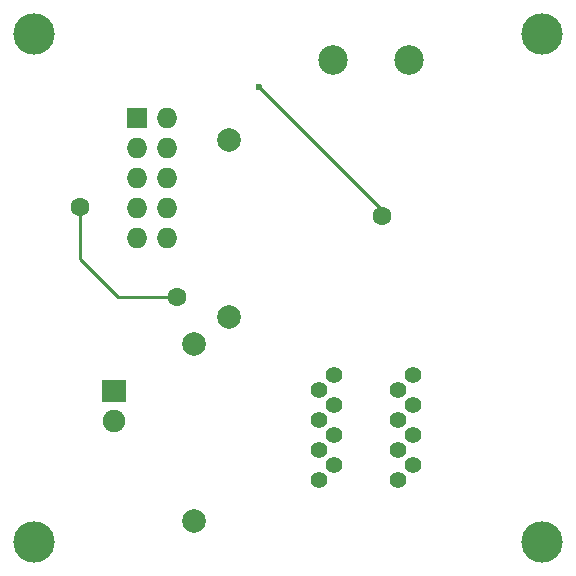
<source format=gbr>
G04 #@! TF.FileFunction,Copper,L1,Top,Signal*
%FSLAX46Y46*%
G04 Gerber Fmt 4.6, Leading zero omitted, Abs format (unit mm)*
G04 Created by KiCad (PCBNEW (2015-06-01 BZR 5694)-product) date Wed 26 Aug 2015 12:55:52 PM PDT*
%MOMM*%
G01*
G04 APERTURE LIST*
%ADD10C,0.100000*%
%ADD11C,3.500000*%
%ADD12R,2.000000X1.900000*%
%ADD13C,1.900000*%
%ADD14R,1.727200X1.727200*%
%ADD15O,1.727200X1.727200*%
%ADD16C,1.998980*%
%ADD17C,2.500000*%
%ADD18C,1.400000*%
%ADD19C,1.600000*%
%ADD20C,0.600000*%
%ADD21C,0.250000*%
G04 APERTURE END LIST*
D10*
D11*
X155000000Y-123000000D03*
D12*
X118750000Y-110250000D03*
D13*
X118750000Y-112790000D03*
D14*
X120650000Y-87100000D03*
D15*
X123190000Y-87100000D03*
X120650000Y-89640000D03*
X123190000Y-89640000D03*
X120650000Y-92180000D03*
X123190000Y-92180000D03*
X120650000Y-94720000D03*
X123190000Y-94720000D03*
X120650000Y-97260000D03*
X123190000Y-97260000D03*
D16*
X125500000Y-121250000D03*
X125500000Y-106250000D03*
D17*
X137250000Y-82200000D03*
X143750000Y-82200000D03*
D18*
X137400000Y-108855000D03*
X136130000Y-110125000D03*
X137400000Y-111395000D03*
X136130000Y-112665000D03*
X137400000Y-113935000D03*
X136130000Y-115205000D03*
X137400000Y-116475000D03*
X136130000Y-117745000D03*
X144070000Y-108855000D03*
X142800000Y-110125000D03*
X144070000Y-111395000D03*
X142800000Y-112665000D03*
X144070000Y-113935000D03*
X142800000Y-115205000D03*
X144070000Y-116475000D03*
X142800000Y-117745000D03*
D11*
X112000000Y-123000000D03*
X112000000Y-80000000D03*
X155000000Y-80000000D03*
D16*
X128500000Y-104000000D03*
X128500000Y-89000000D03*
D19*
X141400000Y-95400000D03*
D20*
X131000000Y-84500000D03*
D19*
X115900000Y-94700000D03*
X124100000Y-102300000D03*
D21*
X141400000Y-95400000D02*
X141400000Y-94900000D01*
X141400000Y-94900000D02*
X131000000Y-84500000D01*
X115900000Y-99100000D02*
X115900000Y-94700000D01*
X119100000Y-102300000D02*
X115900000Y-99100000D01*
X124100000Y-102300000D02*
X119100000Y-102300000D01*
M02*

</source>
